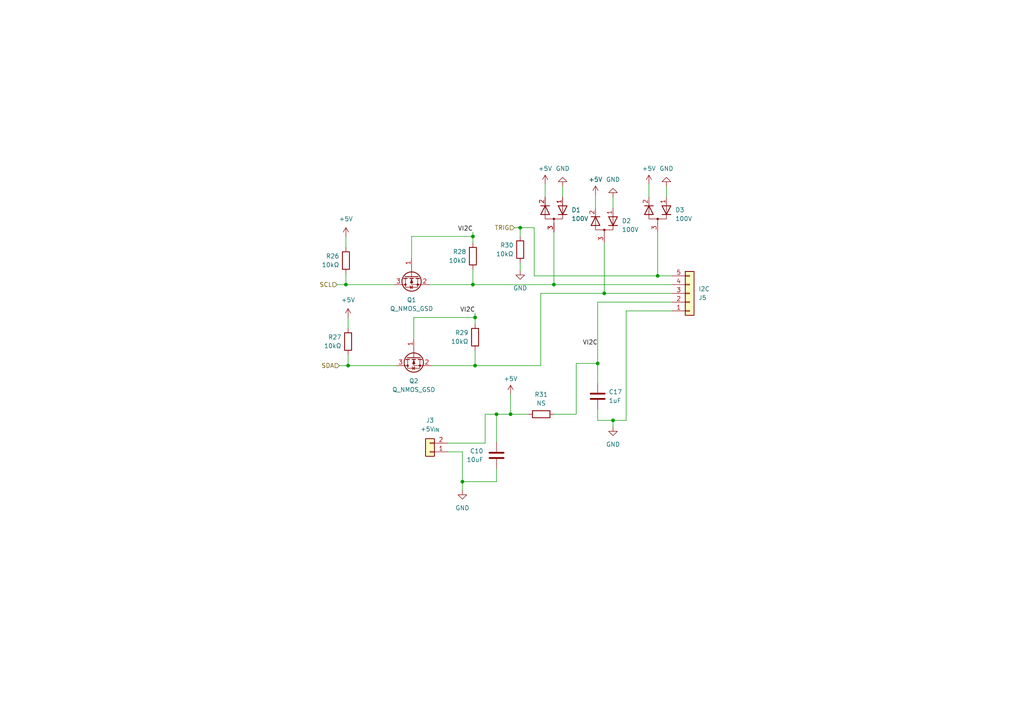
<source format=kicad_sch>
(kicad_sch (version 20230121) (generator eeschema)
  (paper "A4")
  (lib_symbols
    (symbol "Connector_Generic:Conn_01x02" (pin_names (offset 1.016) hide)
      (property "Reference" "J" (at 0 2.54 0))
      (property "Value" "Conn_01x02" (at 0 -5.08 0))
      (symbol "Conn_01x02_1_1"
        (rectangle (start -1.27 -2.413) (end 0 -2.667) (stroke (width 0.1524)))
        (rectangle (start -1.27 0.127) (end 0 -0.127) (stroke (width 0.1524)))
        (rectangle (start -1.27 1.27) (end 1.27 -3.81) (stroke (width 0.254)) (fill (type background)))
        (pin passive line (at -5.08 0 0) (length 3.81) (name "Pin_1") (number "1"))
        (pin passive line (at -5.08 -2.54 0) (length 3.81) (name "Pin_2") (number "2"))
      )
    )
    (symbol "Connector_Generic:Conn_01x05" (pin_names (offset 1.016) hide)
      (property "Reference" "J" (at 0 7.62 0))
      (property "Value" "Conn_01x05" (at 0 -7.62 0))
      (symbol "Conn_01x05_1_1"
        (rectangle (start -1.27 -4.953) (end 0 -5.207) (stroke (width 0.1524)))
        (rectangle (start -1.27 -2.413) (end 0 -2.667) (stroke (width 0.1524)))
        (rectangle (start -1.27 0.127) (end 0 -0.127) (stroke (width 0.1524)))
        (rectangle (start -1.27 2.667) (end 0 2.413) (stroke (width 0.1524)))
        (rectangle (start -1.27 5.207) (end 0 4.953) (stroke (width 0.1524)))
        (rectangle (start -1.27 6.35) (end 1.27 -6.35) (stroke (width 0.254)) (fill (type background)))
        (pin passive line (at -5.08 5.08 0) (length 3.81) (name "Pin_1") (number "1"))
        (pin passive line (at -5.08 2.54 0) (length 3.81) (name "Pin_2") (number "2"))
        (pin passive line (at -5.08 0 0) (length 3.81) (name "Pin_3") (number "3"))
        (pin passive line (at -5.08 -2.54 0) (length 3.81) (name "Pin_4") (number "4"))
        (pin passive line (at -5.08 -5.08 0) (length 3.81) (name "Pin_5") (number "5"))
      )
    )
    (symbol "Device:C" (pin_numbers hide) (pin_names (offset 0.254))
      (property "Reference" "C" (at 0.635 2.54 0))
      (property "Value" "C" (at 0.635 -2.54 0))
      (symbol "C_0_1"
        (polyline (pts (xy -2.032 -0.762) (xy 2.032 -0.762)) (stroke (width 0.508)))
        (polyline (pts (xy -2.032 0.762) (xy 2.032 0.762)) (stroke (width 0.508)))
      )
      (symbol "C_1_1"
        (pin passive line (at 0 3.81 270) (length 2.794) (name "~") (number "1"))
        (pin passive line (at 0 -3.81 90) (length 2.794) (name "~") (number "2"))
      )
    )
    (symbol "Device:D_Dual_Series_AKC_Parallel" (pin_names (offset 0.762) hide)
      (property "Reference" "D" (at 0 5.08 0))
      (property "Value" "D_Dual_Series_AKC_Parallel" (at 0 -5.08 0))
      (symbol "D_Dual_Series_AKC_Parallel_0_0"
        (polyline (pts (xy 0 -1.27) (xy 0 -3.81)) (stroke (width 0.254)))
        (polyline (pts (xy 2.54 3.81) (xy 2.54 1.27)) (stroke (width 0.254)))
      )
      (symbol "D_Dual_Series_AKC_Parallel_0_1"
        (circle (center -1.27 0) (radius 0.254) (fill (type outline)))
        (polyline (pts (xy -1.27 0) (xy -2.54 0)))
        (polyline (pts (xy 2.54 2.54) (xy -1.27 2.54) (xy -1.27 -2.54) (xy 2.54 -2.54)))
        (polyline (pts (xy 0 3.81) (xy 2.54 2.54) (xy 0 1.27) (xy 0 3.81) (xy 0 3.81) (xy 0 3.81)) (stroke (width 0.254)))
        (polyline (pts (xy 2.54 -1.27) (xy 0 -2.54) (xy 2.54 -3.81) (xy 2.54 -1.27) (xy 2.54 -1.27) (xy 2.54 -1.27)) (stroke (width 0.254)))
        (pin passive line (at 5.08 -2.54 180) (length 2.54) (name "K") (number "1"))
        (pin passive line (at 5.08 2.54 180) (length 2.54) (name "K") (number "2"))
        (pin passive line (at -5.08 0 0) (length 2.54) (name "A") (number "3"))
      )
    )
    (symbol "Device:Q_NMOS_GSD" (pin_names (offset 0) hide)
      (property "Reference" "Q" (at 5.08 1.27 0))
      (property "Value" "Q_NMOS_GSD" (at 5.08 -1.27 0))
      (symbol "Q_NMOS_GSD_0_1"
        (polyline (pts (xy 0.254 0) (xy -2.54 0)))
        (polyline (pts (xy 0.254 1.905) (xy 0.254 -1.905)) (stroke (width 0.254)))
        (polyline (pts (xy 0.762 -1.27) (xy 0.762 -2.286)) (stroke (width 0.254)))
        (polyline (pts (xy 0.762 0.508) (xy 0.762 -0.508)) (stroke (width 0.254)))
        (polyline (pts (xy 0.762 2.286) (xy 0.762 1.27)) (stroke (width 0.254)))
        (polyline (pts (xy 2.54 2.54) (xy 2.54 1.778)))
        (polyline (pts (xy 2.54 -2.54) (xy 2.54 0) (xy 0.762 0)))
        (polyline (pts (xy 0.762 -1.778) (xy 3.302 -1.778) (xy 3.302 1.778) (xy 0.762 1.778)))
        (polyline (pts (xy 1.016 0) (xy 2.032 0.381) (xy 2.032 -0.381) (xy 1.016 0)) (fill (type outline)))
        (polyline (pts (xy 2.794 0.508) (xy 2.921 0.381) (xy 3.683 0.381) (xy 3.81 0.254)))
        (polyline (pts (xy 3.302 0.381) (xy 2.921 -0.254) (xy 3.683 -0.254) (xy 3.302 0.381)))
        (circle (center 1.651 0) (radius 2.794) (stroke (width 0.254)))
        (circle (center 2.54 -1.778) (radius 0.254) (fill (type outline)))
        (circle (center 2.54 1.778) (radius 0.254) (fill (type outline)))
      )
      (symbol "Q_NMOS_GSD_1_1"
        (pin input line (at -5.08 0 0) (length 2.54) (name "G") (number "1"))
        (pin passive line (at 2.54 -5.08 90) (length 2.54) (name "S") (number "2"))
        (pin passive line (at 2.54 5.08 270) (length 2.54) (name "D") (number "3"))
      )
    )
    (symbol "Device:R" (pin_numbers hide) (pin_names (offset 0))
      (property "Reference" "R" (at 2.032 0 90))
      (property "Value" "R" (at 0 0 90))
      (symbol "R_0_1"
        (rectangle (start -1.016 -2.54) (end 1.016 2.54) (stroke (width 0.254)))
      )
      (symbol "R_1_1"
        (pin passive line (at 0 3.81 270) (length 1.27) (name "~") (number "1"))
        (pin passive line (at 0 -3.81 90) (length 1.27) (name "~") (number "2"))
      )
    )
    (symbol "power:+5V" (power) (pin_names (offset 0))
      (property "Value" "+5V" (at 0 3.556 0))
      (symbol "+5V_0_1"
        (polyline (pts (xy -0.762 1.27) (xy 0 2.54)))
        (polyline (pts (xy 0 0) (xy 0 2.54)))
        (polyline (pts (xy 0 2.54) (xy 0.762 1.27)))
      )
      (symbol "+5V_1_1"
        (pin power_in line (at 0 0 90) (length 0) hide (name "+5V") (number "1"))
      )
    )
    (symbol "power:GND" (power) (pin_names (offset 0))
      (property "Value" "GND" (at 0 -3.81 0))
      (symbol "GND_0_1"
        (polyline (pts (xy 0 0) (xy 0 -1.27) (xy 1.27 -1.27) (xy 0 -2.54) (xy -1.27 -1.27) (xy 0 -1.27)))
      )
      (symbol "GND_1_1"
        (pin power_in line (at 0 0 270) (length 0) hide (name "GND") (number "1"))
      )
    )
  )
  (junction (at 144.018 120.142))
  (junction (at 100.33 82.55))
  (junction (at 175.26 85.09))
  (junction (at 150.876 66.04))
  (junction (at 134.112 139.7))
  (junction (at 190.754 80.01))
  (junction (at 173.355 105.41))
  (junction (at 160.655 82.55))
  (junction (at 177.8 121.92))
  (junction (at 137.795 92.075))
  (junction (at 137.16 68.58))
  (junction (at 100.965 106.045))
  (junction (at 148.082 120.142))
  (junction (at 137.16 82.55))
  (junction (at 137.795 106.045))
  (wire (pts (xy 100.965 92.075) (xy 100.965 95.25)))
  (wire (pts (xy 175.26 70.485) (xy 175.26 85.09)))
  (wire (pts (xy 137.16 67.31) (xy 137.16 68.58)))
  (wire (pts (xy 120.015 98.425) (xy 120.015 92.075)))
  (wire (pts (xy 114.935 106.045) (xy 100.965 106.045)))
  (wire (pts (xy 137.795 90.805) (xy 137.795 92.075)))
  (wire (pts (xy 173.355 105.41) (xy 173.355 111.125)))
  (wire (pts (xy 137.795 106.045) (xy 156.845 106.045)))
  (wire (pts (xy 120.015 92.075) (xy 137.795 92.075)))
  (wire (pts (xy 149.225 66.04) (xy 150.876 66.04)))
  (wire (pts (xy 150.876 66.04) (xy 154.94 66.04)))
  (wire (pts (xy 193.294 53.975) (xy 193.294 57.15)))
  (wire (pts (xy 100.965 102.87) (xy 100.965 106.045)))
  (wire (pts (xy 181.61 90.17) (xy 181.61 121.92)))
  (wire (pts (xy 140.716 128.524) (xy 140.716 120.142)))
  (wire (pts (xy 156.845 85.09) (xy 156.845 106.045)))
  (wire (pts (xy 137.795 101.6) (xy 137.795 106.045)))
  (wire (pts (xy 160.782 120.142) (xy 167.132 120.142)))
  (wire (pts (xy 160.655 82.55) (xy 160.655 67.31)))
  (wire (pts (xy 158.115 53.34) (xy 158.115 57.15)))
  (wire (pts (xy 137.16 68.58) (xy 137.16 70.485)))
  (wire (pts (xy 163.195 53.975) (xy 163.195 57.15)))
  (wire (pts (xy 167.132 105.41) (xy 173.355 105.41)))
  (wire (pts (xy 194.945 85.09) (xy 175.26 85.09)))
  (wire (pts (xy 194.945 90.17) (xy 181.61 90.17)))
  (wire (pts (xy 129.794 128.524) (xy 140.716 128.524)))
  (wire (pts (xy 160.655 82.55) (xy 194.945 82.55)))
  (wire (pts (xy 98.425 106.045) (xy 100.965 106.045)))
  (wire (pts (xy 173.355 87.63) (xy 173.355 105.41)))
  (wire (pts (xy 144.018 120.142) (xy 144.018 128.27)))
  (wire (pts (xy 148.082 114.3) (xy 148.082 120.142)))
  (wire (pts (xy 134.112 131.064) (xy 129.794 131.064)))
  (wire (pts (xy 150.876 66.04) (xy 150.876 68.58)))
  (wire (pts (xy 177.8 57.15) (xy 177.8 60.325)))
  (wire (pts (xy 173.355 121.92) (xy 173.355 118.745)))
  (wire (pts (xy 156.845 85.09) (xy 175.26 85.09)))
  (wire (pts (xy 144.018 139.7) (xy 144.018 135.89)))
  (wire (pts (xy 148.082 120.142) (xy 153.162 120.142)))
  (wire (pts (xy 190.754 80.01) (xy 194.945 80.01)))
  (wire (pts (xy 137.795 92.075) (xy 137.795 93.98)))
  (wire (pts (xy 137.16 82.55) (xy 124.46 82.55)))
  (wire (pts (xy 97.79 82.55) (xy 100.33 82.55)))
  (wire (pts (xy 172.72 56.515) (xy 172.72 60.325)))
  (wire (pts (xy 137.16 82.55) (xy 160.655 82.55)))
  (wire (pts (xy 119.38 68.58) (xy 137.16 68.58)))
  (wire (pts (xy 167.132 120.142) (xy 167.132 105.41)))
  (wire (pts (xy 134.112 131.064) (xy 134.112 139.7)))
  (wire (pts (xy 137.16 78.105) (xy 137.16 82.55)))
  (wire (pts (xy 154.94 66.04) (xy 154.94 80.01)))
  (wire (pts (xy 188.214 53.34) (xy 188.214 57.15)))
  (wire (pts (xy 173.355 105.41) (xy 173.482 105.41)))
  (wire (pts (xy 134.112 139.7) (xy 134.112 142.24)))
  (wire (pts (xy 173.355 87.63) (xy 194.945 87.63)))
  (wire (pts (xy 100.33 79.375) (xy 100.33 82.55)))
  (wire (pts (xy 177.8 121.92) (xy 177.8 123.825)))
  (wire (pts (xy 150.876 76.2) (xy 150.876 78.486)))
  (wire (pts (xy 100.33 68.58) (xy 100.33 71.755)))
  (wire (pts (xy 154.94 80.01) (xy 190.754 80.01)))
  (wire (pts (xy 119.38 74.93) (xy 119.38 68.58)))
  (wire (pts (xy 190.754 67.31) (xy 190.754 80.01)))
  (wire (pts (xy 137.795 106.045) (xy 125.095 106.045)))
  (wire (pts (xy 144.018 120.142) (xy 148.082 120.142)))
  (wire (pts (xy 114.3 82.55) (xy 100.33 82.55)))
  (wire (pts (xy 181.61 121.92) (xy 177.8 121.92)))
  (wire (pts (xy 177.8 121.92) (xy 173.355 121.92)))
  (wire (pts (xy 140.716 120.142) (xy 144.018 120.142)))
  (wire (pts (xy 134.112 139.7) (xy 144.018 139.7)))
  (label "VI2C" (at 137.795 90.805 180))
  (label "VI2C" (at 173.355 100.33 180))
  (label "VI2C" (at 137.16 67.31 180))
  (hierarchical_label "SDA" (shape input) (at 98.425 106.045 180))
  (hierarchical_label "SCL" (shape input) (at 97.79 82.55 180))
  (hierarchical_label "TRIG" (shape input) (at 149.225 66.04 180))
  (symbol (lib_id "Connector_Generic:Conn_01x05") (at 200.025 85.09 0) (mirror x) (unit 1)
    (property "Reference" "J5" (at 202.565 86.36 0) (effects (justify left)))
    (property "Value" "I2C" (at 202.565 83.82 0) (effects (justify left)))
    (property "Footprint" "Connector_PinHeader_2.54mm:PinHeader_1x05_P2.54mm_Vertical" (effects hide))
    (instances (project "LT3081LEDDriver" (path "" (reference "J5") (unit 1))) (project "ValveServoI2C" (path "" (reference "J6") (unit 1)) (path "" (reference "J9") (unit 1))))
  )
  (symbol (lib_id "power:+5V") (at 100.33 68.58 0) (mirror y) (unit 1)
    (property "Reference" "#PWR025" (effects hide))
    (property "Value" "+5V" (at 100.33 63.5 0))
    (instances (project "LT3081LEDDriver" (path "" (reference "#PWR025") (unit 1))) (project "ValveServoI2C" (path "" (reference "#PWR075") (unit 1)) (path "" (reference "#PWR051") (unit 1))))
  )
  (symbol (lib_id "power:+5V") (at 158.115 53.34 0) (unit 1)
    (property "Reference" "#PWR028" (effects hide))
    (property "Value" "+5V" (at 158.115 48.895 0))
    (instances (project "LT3081LEDDriver" (path "" (reference "#PWR028") (unit 1))) (project "ValveServoI2C" (path "" (reference "#PWR05") (unit 1)) (path "" (reference "#PWR012") (unit 1)) (path "" (reference "#PWR016") (unit 1)) (path "" (reference "#PWR039") (unit 1)) (path "" (reference "#PWR031") (unit 1)) (path "" (reference "#PWR057") (unit 1)) (path "" (reference "#PWR065") (unit 1)) (path "" (reference "#PWR079") (unit 1)) (path "" (reference "#PWR087") (unit 1)) (path "" (reference "#PWR09") (unit 1)) (path "" (reference "#PWR054") (unit 1))))
  )
  (symbol (lib_id "power:GND") (at 163.195 53.975 180) (unit 1)
    (property "Reference" "#PWR029" (effects hide))
    (property "Value" "GND" (at 163.195 48.895 0))
    (instances (project "LT3081LEDDriver" (path "" (reference "#PWR029") (unit 1))) (project "ValveServoI2C" (path "" (reference "#PWR01") (unit 1)) (path "" (reference "#PWR013") (unit 1)) (path "" (reference "#PWR017") (unit 1)) (path "" (reference "#PWR040") (unit 1)) (path "" (reference "#PWR032") (unit 1)) (path "" (reference "#PWR058") (unit 1)) (path "" (reference "#PWR066") (unit 1)) (path "" (reference "#PWR080") (unit 1)) (path "" (reference "#PWR088") (unit 1)) (path "" (reference "#PWR010") (unit 1)) (path "" (reference "#PWR055") (unit 1))))
  )
  (symbol (lib_id "power:GND") (at 177.8 57.15 180) (unit 1)
    (property "Reference" "#PWR031" (effects hide))
    (property "Value" "GND" (at 177.8 52.07 0))
    (instances (project "LT3081LEDDriver" (path "" (reference "#PWR031") (unit 1))) (project "ValveServoI2C" (path "" (reference "#PWR01") (unit 1)) (path "" (reference "#PWR013") (unit 1)) (path "" (reference "#PWR017") (unit 1)) (path "" (reference "#PWR040") (unit 1)) (path "" (reference "#PWR032") (unit 1)) (path "" (reference "#PWR058") (unit 1)) (path "" (reference "#PWR066") (unit 1)) (path "" (reference "#PWR080") (unit 1)) (path "" (reference "#PWR088") (unit 1)) (path "" (reference "#PWR012") (unit 1)) (path "" (reference "#PWR057") (unit 1))))
  )
  (symbol (lib_id "Connector_Generic:Conn_01x02") (at 124.714 131.064 180) (unit 1)
    (property "Reference" "J3" (at 124.714 121.92 0))
    (property "Value" "+5V_{IN}" (at 124.714 124.46 0))
    (property "Footprint" "Connector_PinHeader_2.54mm:PinHeader_1x02_P2.54mm_Vertical" (effects hide))
    (instances (project "LT3081LEDDriver" (path "" (reference "J3") (unit 1)) (path "" (reference "J1") (unit 1)) (path "" (reference "J10") (unit 1))))
  )
  (symbol (lib_id "Device:R") (at 137.795 97.79 0) (mirror x) (unit 1)
    (property "Reference" "R29" (at 135.89 96.52 0) (effects (justify right)))
    (property "Value" "10kΩ" (at 135.89 99.06 0) (effects (justify right)))
    (property "Footprint" "Resistor_SMD:R_0805_2012Metric" (effects hide))
    (instances (project "LT3081LEDDriver" (path "" (reference "R29") (unit 1))) (project "ValveServoI2C" (path "" (reference "R3") (unit 1)) (path "" (reference "R7") (unit 1)) (path "" (reference "R10") (unit 1)) (path "" (reference "R19") (unit 1)) (path "" (reference "R13") (unit 1)) (path "" (reference "R28") (unit 1)) (path "" (reference "R34") (unit 1)) (path "" (reference "R40") (unit 1)) (path "" (reference "R46") (unit 1)) (path "" (reference "R4") (unit 1)) (path "" (reference "R25") (unit 1)) (path "" (reference "R42") (unit 1))))
  )
  (symbol (lib_id "power:+5V") (at 100.965 92.075 0) (mirror y) (unit 1)
    (property "Reference" "#PWR026" (effects hide))
    (property "Value" "+5V" (at 100.965 86.995 0))
    (instances (project "LT3081LEDDriver" (path "" (reference "#PWR026") (unit 1))) (project "ValveServoI2C" (path "" (reference "#PWR07") (unit 1)) (path "" (reference "#PWR052") (unit 1))))
  )
  (symbol (lib_id "Device:R") (at 100.965 99.06 0) (mirror x) (unit 1)
    (property "Reference" "R27" (at 99.06 97.79 0) (effects (justify right)))
    (property "Value" "10kΩ" (at 99.06 100.33 0) (effects (justify right)))
    (property "Footprint" "Resistor_SMD:R_0805_2012Metric" (effects hide))
    (instances (project "LT3081LEDDriver" (path "" (reference "R27") (unit 1))) (project "ValveServoI2C" (path "" (reference "R3") (unit 1)) (path "" (reference "R7") (unit 1)) (path "" (reference "R10") (unit 1)) (path "" (reference "R19") (unit 1)) (path "" (reference "R13") (unit 1)) (path "" (reference "R28") (unit 1)) (path "" (reference "R34") (unit 1)) (path "" (reference "R40") (unit 1)) (path "" (reference "R46") (unit 1)) (path "" (reference "R4") (unit 1)) (path "" (reference "R24") (unit 1)) (path "" (reference "R40") (unit 1))))
  )
  (symbol (lib_id "power:GND") (at 134.112 142.24 0) (mirror y) (unit 1)
    (property "Reference" "#PWR07" (effects hide))
    (property "Value" "GND" (at 134.112 147.32 0))
    (instances (project "LT3081LEDDriver" (path "" (reference "#PWR07") (unit 1)) (path "" (reference "#PWR02") (unit 1)) (path "" (reference "#PWR036") (unit 1))))
  )
  (symbol (lib_id "Device:R") (at 156.972 120.142 270) (mirror x) (unit 1)
    (property "Reference" "R31" (at 156.972 114.427 90))
    (property "Value" "NS" (at 156.972 116.967 90))
    (property "Footprint" "Resistor_SMD:R_0805_2012Metric" (effects hide))
    (instances (project "LT3081LEDDriver" (path "" (reference "R31") (unit 1))) (project "ValveServoI2C" (path "" (reference "R3") (unit 1)) (path "" (reference "R7") (unit 1)) (path "" (reference "R10") (unit 1)) (path "" (reference "R19") (unit 1)) (path "" (reference "R13") (unit 1)) (path "" (reference "R28") (unit 1)) (path "" (reference "R34") (unit 1)) (path "" (reference "R40") (unit 1)) (path "" (reference "R46") (unit 1)) (path "" (reference "R4") (unit 1)) (path "" (reference "R24") (unit 1)) (path "" (reference "R44") (unit 1))))
  )
  (symbol (lib_id "Device:D_Dual_Series_AKC_Parallel") (at 190.754 62.23 90) (unit 1)
    (property "Reference" "D3" (at 195.834 60.8965 90) (effects (justify right)))
    (property "Value" "100V" (at 195.834 63.4365 90) (effects (justify right)))
    (property "Footprint" "Package_TO_SOT_SMD:SOT-23-3" (effects hide))
    (instances (project "LT3081LEDDriver" (path "" (reference "D3") (unit 1))) (project "ValveServoI2C" (path "" (reference "D74") (unit 1)) (path "" (reference "D75") (unit 1)) (path "" (reference "D76") (unit 1)) (path "" (reference "D78") (unit 1)) (path "" (reference "D81") (unit 1)) (path "" (reference "D83") (unit 1)) (path "" (reference "D85") (unit 1)) (path "" (reference "D87") (unit 1)) (path "" (reference "D33") (unit 1)) (path "" (reference "D39") (unit 1))))
  )
  (symbol (lib_id "Device:C") (at 173.355 114.935 0) (unit 1)
    (property "Reference" "C17" (at 176.53 113.665 0) (effects (justify left)))
    (property "Value" "1uF" (at 176.53 116.205 0) (effects (justify left)))
    (property "Footprint" "Capacitor_SMD:C_0805_2012Metric" (effects hide))
    (instances (project "LT3081LEDDriver" (path "" (reference "C17") (unit 1))) (project "ValveServoI2C" (path "" (reference "C2") (unit 1)) (path "" (reference "C7") (unit 1)) (path "" (reference "C11") (unit 1)) (path "" (reference "C15") (unit 1)) (path "" (reference "C1") (unit 1)) (path "" (reference "C14") (unit 1))))
  )
  (symbol (lib_id "power:GND") (at 193.294 53.975 180) (unit 1)
    (property "Reference" "#PWR034" (effects hide))
    (property "Value" "GND" (at 193.294 48.895 0))
    (instances (project "LT3081LEDDriver" (path "" (reference "#PWR034") (unit 1))) (project "ValveServoI2C" (path "" (reference "#PWR01") (unit 1)) (path "" (reference "#PWR013") (unit 1)) (path "" (reference "#PWR017") (unit 1)) (path "" (reference "#PWR040") (unit 1)) (path "" (reference "#PWR032") (unit 1)) (path "" (reference "#PWR058") (unit 1)) (path "" (reference "#PWR066") (unit 1)) (path "" (reference "#PWR080") (unit 1)) (path "" (reference "#PWR088") (unit 1)) (path "" (reference "#PWR010") (unit 1)) (path "" (reference "#PWR083") (unit 1))))
  )
  (symbol (lib_id "power:+5V") (at 172.72 56.515 0) (unit 1)
    (property "Reference" "#PWR030" (effects hide))
    (property "Value" "+5V" (at 172.72 52.07 0))
    (instances (project "LT3081LEDDriver" (path "" (reference "#PWR030") (unit 1))) (project "ValveServoI2C" (path "" (reference "#PWR05") (unit 1)) (path "" (reference "#PWR012") (unit 1)) (path "" (reference "#PWR016") (unit 1)) (path "" (reference "#PWR039") (unit 1)) (path "" (reference "#PWR031") (unit 1)) (path "" (reference "#PWR057") (unit 1)) (path "" (reference "#PWR065") (unit 1)) (path "" (reference "#PWR079") (unit 1)) (path "" (reference "#PWR087") (unit 1)) (path "" (reference "#PWR011") (unit 1)) (path "" (reference "#PWR056") (unit 1))))
  )
  (symbol (lib_id "Device:D_Dual_Series_AKC_Parallel") (at 160.655 62.23 90) (unit 1)
    (property "Reference" "D1" (at 165.735 60.8965 90) (effects (justify right)))
    (property "Value" "100V" (at 165.735 63.4365 90) (effects (justify right)))
    (property "Footprint" "Package_TO_SOT_SMD:SOT-23-3" (effects hide))
    (instances (project "LT3081LEDDriver" (path "" (reference "D1") (unit 1))) (project "ValveServoI2C" (path "" (reference "D74") (unit 1)) (path "" (reference "D75") (unit 1)) (path "" (reference "D76") (unit 1)) (path "" (reference "D78") (unit 1)) (path "" (reference "D81") (unit 1)) (path "" (reference "D83") (unit 1)) (path "" (reference "D85") (unit 1)) (path "" (reference "D87") (unit 1)) (path "" (reference "D33") (unit 1)) (path "" (reference "D17") (unit 1))))
  )
  (symbol (lib_id "power:+5V") (at 148.082 114.3 0) (unit 1)
    (property "Reference" "#PWR027" (effects hide))
    (property "Value" "+5V" (at 148.082 109.855 0))
    (instances (project "LT3081LEDDriver" (path "" (reference "#PWR027") (unit 1))) (project "ValveServoI2C" (path "" (reference "#PWR05") (unit 1)) (path "" (reference "#PWR012") (unit 1)) (path "" (reference "#PWR016") (unit 1)) (path "" (reference "#PWR039") (unit 1)) (path "" (reference "#PWR031") (unit 1)) (path "" (reference "#PWR057") (unit 1)) (path "" (reference "#PWR065") (unit 1)) (path "" (reference "#PWR079") (unit 1)) (path "" (reference "#PWR087") (unit 1)) (path "" (reference "#PWR011") (unit 1)) (path "" (reference "#PWR053") (unit 1))))
  )
  (symbol (lib_id "Device:R") (at 100.33 75.565 0) (mirror x) (unit 1)
    (property "Reference" "R26" (at 98.425 74.295 0) (effects (justify right)))
    (property "Value" "10kΩ" (at 98.425 76.835 0) (effects (justify right)))
    (property "Footprint" "Resistor_SMD:R_0805_2012Metric" (effects hide))
    (instances (project "LT3081LEDDriver" (path "" (reference "R26") (unit 1))) (project "ValveServoI2C" (path "" (reference "R3") (unit 1)) (path "" (reference "R7") (unit 1)) (path "" (reference "R10") (unit 1)) (path "" (reference "R19") (unit 1)) (path "" (reference "R13") (unit 1)) (path "" (reference "R28") (unit 1)) (path "" (reference "R34") (unit 1)) (path "" (reference "R40") (unit 1)) (path "" (reference "R46") (unit 1)) (path "" (reference "R4") (unit 1)) (path "" (reference "R23") (unit 1)) (path "" (reference "R39") (unit 1))))
  )
  (symbol (lib_id "Device:R") (at 137.16 74.295 0) (mirror x) (unit 1)
    (property "Reference" "R28" (at 135.255 73.025 0) (effects (justify right)))
    (property "Value" "10kΩ" (at 135.255 75.565 0) (effects (justify right)))
    (property "Footprint" "Resistor_SMD:R_0805_2012Metric" (effects hide))
    (instances (project "LT3081LEDDriver" (path "" (reference "R28") (unit 1))) (project "ValveServoI2C" (path "" (reference "R3") (unit 1)) (path "" (reference "R7") (unit 1)) (path "" (reference "R10") (unit 1)) (path "" (reference "R19") (unit 1)) (path "" (reference "R13") (unit 1)) (path "" (reference "R28") (unit 1)) (path "" (reference "R34") (unit 1)) (path "" (reference "R40") (unit 1)) (path "" (reference "R46") (unit 1)) (path "" (reference "R4") (unit 1)) (path "" (reference "R22") (unit 1)) (path "" (reference "R41") (unit 1))))
  )
  (symbol (lib_id "Device:R") (at 150.876 72.39 0) (mirror x) (unit 1)
    (property "Reference" "R30" (at 148.971 71.12 0) (effects (justify right)))
    (property "Value" "10kΩ" (at 148.971 73.66 0) (effects (justify right)))
    (property "Footprint" "Resistor_SMD:R_0805_2012Metric" (effects hide))
    (instances (project "LT3081LEDDriver" (path "" (reference "R30") (unit 1))) (project "ValveServoI2C" (path "" (reference "R3") (unit 1)) (path "" (reference "R7") (unit 1)) (path "" (reference "R10") (unit 1)) (path "" (reference "R19") (unit 1)) (path "" (reference "R13") (unit 1)) (path "" (reference "R28") (unit 1)) (path "" (reference "R34") (unit 1)) (path "" (reference "R40") (unit 1)) (path "" (reference "R46") (unit 1)) (path "" (reference "R4") (unit 1)) (path "" (reference "R22") (unit 1)) (path "" (reference "R41") (unit 1))))
  )
  (symbol (lib_id "power:+5V") (at 188.214 53.34 0) (unit 1)
    (property "Reference" "#PWR033" (effects hide))
    (property "Value" "+5V" (at 188.214 48.895 0))
    (instances (project "LT3081LEDDriver" (path "" (reference "#PWR033") (unit 1))) (project "ValveServoI2C" (path "" (reference "#PWR05") (unit 1)) (path "" (reference "#PWR012") (unit 1)) (path "" (reference "#PWR016") (unit 1)) (path "" (reference "#PWR039") (unit 1)) (path "" (reference "#PWR031") (unit 1)) (path "" (reference "#PWR057") (unit 1)) (path "" (reference "#PWR065") (unit 1)) (path "" (reference "#PWR079") (unit 1)) (path "" (reference "#PWR087") (unit 1)) (path "" (reference "#PWR09") (unit 1)) (path "" (reference "#PWR082") (unit 1))))
  )
  (symbol (lib_id "Device:C") (at 144.018 132.08 0) (mirror x) (unit 1)
    (property "Reference" "C10" (at 140.208 130.81 0) (effects (justify right)))
    (property "Value" "10uF" (at 140.208 133.35 0) (effects (justify right)))
    (property "Footprint" "Capacitor_SMD:C_0805_2012Metric_Pad1.18x1.45mm_HandSolder" (effects hide))
    (instances (project "LT3081LEDDriver" (path "" (reference "C10") (unit 1)) (path "" (reference "C2") (unit 1)) (path "" (reference "C18") (unit 1))))
  )
  (symbol (lib_id "Device:D_Dual_Series_AKC_Parallel") (at 175.26 65.405 90) (unit 1)
    (property "Reference" "D2" (at 180.34 64.0715 90) (effects (justify right)))
    (property "Value" "100V" (at 180.34 66.6115 90) (effects (justify right)))
    (property "Footprint" "Package_TO_SOT_SMD:SOT-23-3" (effects hide))
    (instances (project "LT3081LEDDriver" (path "" (reference "D2") (unit 1))) (project "ValveServoI2C" (path "" (reference "D74") (unit 1)) (path "" (reference "D75") (unit 1)) (path "" (reference "D76") (unit 1)) (path "" (reference "D78") (unit 1)) (path "" (reference "D81") (unit 1)) (path "" (reference "D83") (unit 1)) (path "" (reference "D85") (unit 1)) (path "" (reference "D87") (unit 1)) (path "" (reference "D34") (unit 1)) (path "" (reference "D18") (unit 1))))
  )
  (symbol (lib_id "power:GND") (at 177.8 123.825 0) (unit 1)
    (property "Reference" "#PWR032" (effects hide))
    (property "Value" "GND" (at 177.8 128.905 0))
    (instances (project "LT3081LEDDriver" (path "" (reference "#PWR032") (unit 1))) (project "ValveServoI2C" (path "" (reference "#PWR020") (unit 1)) (path "" (reference "#PWR025") (unit 1)) (path "" (reference "#PWR047") (unit 1)) (path "" (reference "#PWR069") (unit 1)) (path "" (reference "#PWR0136") (unit 1)) (path "" (reference "#PWR058") (unit 1))))
  )
  (symbol (lib_id "power:GND") (at 150.876 78.486 0) (unit 1)
    (property "Reference" "#PWR035" (effects hide))
    (property "Value" "GND" (at 150.876 83.566 0))
    (instances (project "LT3081LEDDriver" (path "" (reference "#PWR035") (unit 1))) (project "ValveServoI2C" (path "" (reference "#PWR020") (unit 1)) (path "" (reference "#PWR025") (unit 1)) (path "" (reference "#PWR047") (unit 1)) (path "" (reference "#PWR069") (unit 1)) (path "" (reference "#PWR0136") (unit 1)) (path "" (reference "#PWR058") (unit 1))))
  )
  (symbol (lib_id "Device:Q_NMOS_GSD") (at 119.38 80.01 90) (mirror x) (unit 1)
    (property "Reference" "Q1" (at 119.38 86.995 90))
    (property "Value" "Q_NMOS_GSD" (at 119.38 89.535 90))
    (property "Footprint" "Package_TO_SOT_SMD:SOT-23" (effects hide))
    (instances (project "LT3081LEDDriver" (path "" (reference "Q1") (unit 1))) (project "ValveServoI2C" (path "" (reference "Q5") (unit 1)) (path "" (reference "Q1") (unit 1))))
  )
  (symbol (lib_id "Device:Q_NMOS_GSD") (at 120.015 103.505 90) (mirror x) (unit 1)
    (property "Reference" "Q2" (at 120.015 110.49 90))
    (property "Value" "Q_NMOS_GSD" (at 120.015 113.03 90))
    (property "Footprint" "Package_TO_SOT_SMD:SOT-23" (effects hide))
    (instances (project "LT3081LEDDriver" (path "" (reference "Q2") (unit 1))) (project "ValveServoI2C" (path "" (reference "Q6") (unit 1)) (path "" (reference "Q2") (unit 1))))
  )
)
</source>
